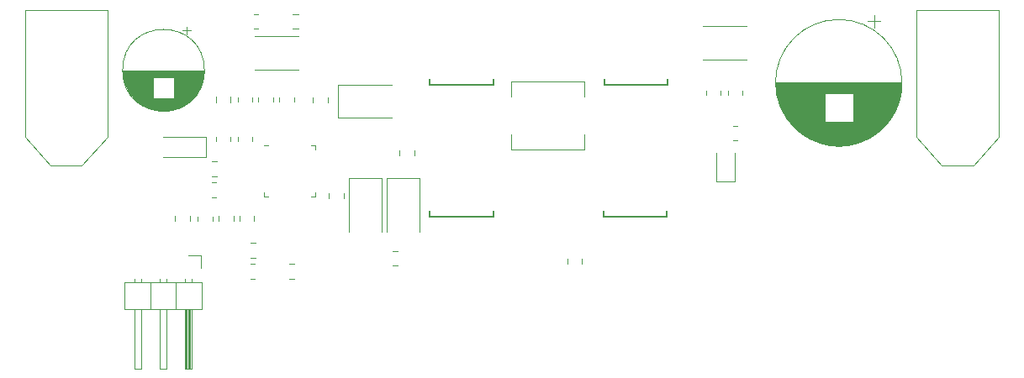
<source format=gbr>
%TF.GenerationSoftware,KiCad,Pcbnew,5.1.10*%
%TF.CreationDate,2021-11-10T11:11:15+01:00*%
%TF.ProjectId,Buck-Boost_12V,4275636b-2d42-46f6-9f73-745f3132562e,rev?*%
%TF.SameCoordinates,Original*%
%TF.FileFunction,Legend,Top*%
%TF.FilePolarity,Positive*%
%FSLAX46Y46*%
G04 Gerber Fmt 4.6, Leading zero omitted, Abs format (unit mm)*
G04 Created by KiCad (PCBNEW 5.1.10) date 2021-11-10 11:11:15*
%MOMM*%
%LPD*%
G01*
G04 APERTURE LIST*
%ADD10C,0.120000*%
%ADD11C,0.195580*%
G04 APERTURE END LIST*
D10*
%TO.C,C5*%
X116065000Y-78038748D02*
X116065000Y-78561252D01*
X117535000Y-78038748D02*
X117535000Y-78561252D01*
%TO.C,U1*%
X118965000Y-70890000D02*
X118490000Y-70890000D01*
X123710000Y-76110000D02*
X123710000Y-75635000D01*
X123235000Y-76110000D02*
X123710000Y-76110000D01*
X118490000Y-76110000D02*
X118490000Y-75635000D01*
X118965000Y-76110000D02*
X118490000Y-76110000D01*
X123710000Y-70890000D02*
X123710000Y-71365000D01*
X123235000Y-70890000D02*
X123710000Y-70890000D01*
%TO.C,R21*%
X166227064Y-68965000D02*
X165772936Y-68965000D01*
X166227064Y-70435000D02*
X165772936Y-70435000D01*
%TO.C,R20*%
X167077064Y-58890000D02*
X162722936Y-58890000D01*
X167077064Y-62310000D02*
X162722936Y-62310000D01*
%TO.C,R19*%
X150535000Y-82827064D02*
X150535000Y-82372936D01*
X149065000Y-82827064D02*
X149065000Y-82372936D01*
%TO.C,R18*%
X121527064Y-82865000D02*
X121072936Y-82865000D01*
X121527064Y-84335000D02*
X121072936Y-84335000D01*
%TO.C,R17*%
X166735000Y-65827064D02*
X166735000Y-65372936D01*
X165265000Y-65827064D02*
X165265000Y-65372936D01*
%TO.C,R16*%
X121977064Y-59890000D02*
X117622936Y-59890000D01*
X121977064Y-63310000D02*
X117622936Y-63310000D01*
%TO.C,R15*%
X117627064Y-82865000D02*
X117172936Y-82865000D01*
X117627064Y-84335000D02*
X117172936Y-84335000D01*
%TO.C,R14*%
X117472936Y-59135000D02*
X117927064Y-59135000D01*
X117472936Y-57665000D02*
X117927064Y-57665000D01*
%TO.C,R13*%
X164535000Y-65827064D02*
X164535000Y-65372936D01*
X163065000Y-65827064D02*
X163065000Y-65372936D01*
%TO.C,R12*%
X117965000Y-66072936D02*
X117965000Y-66527064D01*
X119435000Y-66072936D02*
X119435000Y-66527064D01*
%TO.C,R11*%
X120065000Y-66072936D02*
X120065000Y-66527064D01*
X121535000Y-66072936D02*
X121535000Y-66527064D01*
%TO.C,R5*%
X113335000Y-78527064D02*
X113335000Y-78072936D01*
X111865000Y-78527064D02*
X111865000Y-78072936D01*
%TO.C,R4*%
X113272936Y-76135000D02*
X113727064Y-76135000D01*
X113272936Y-74665000D02*
X113727064Y-74665000D01*
%TO.C,R3*%
X115865000Y-70072936D02*
X115865000Y-70527064D01*
X117335000Y-70072936D02*
X117335000Y-70527064D01*
%TO.C,R2*%
X115865000Y-66072936D02*
X115865000Y-66527064D01*
X117335000Y-66072936D02*
X117335000Y-66527064D01*
%TO.C,R1*%
X113665000Y-70072936D02*
X113665000Y-70527064D01*
X115135000Y-70072936D02*
X115135000Y-70527064D01*
D11*
%TO.C,Q4*%
X159097860Y-78096080D02*
X152702140Y-78096080D01*
X152702140Y-77499180D02*
X152702140Y-78096080D01*
X159097860Y-77499180D02*
X159097860Y-78096080D01*
%TO.C,Q3*%
X159197860Y-64796080D02*
X152802140Y-64796080D01*
X152802140Y-64199180D02*
X152802140Y-64796080D01*
X159197860Y-64199180D02*
X159197860Y-64796080D01*
%TO.C,Q2*%
X141597860Y-78096080D02*
X135202140Y-78096080D01*
X135202140Y-77499180D02*
X135202140Y-78096080D01*
X141597860Y-77499180D02*
X141597860Y-78096080D01*
%TO.C,Q1*%
X141597860Y-64796080D02*
X135202140Y-64796080D01*
X135202140Y-64199180D02*
X135202140Y-64796080D01*
X141597860Y-64199180D02*
X141597860Y-64796080D01*
D10*
%TO.C,L1*%
X150800000Y-64500000D02*
X150800000Y-66000000D01*
X143400000Y-64500000D02*
X143400000Y-66000000D01*
X150800000Y-64500000D02*
X143400000Y-64500000D01*
X143400000Y-71300000D02*
X143400000Y-69800000D01*
X150800000Y-71300000D02*
X150800000Y-69800000D01*
X143400000Y-71300000D02*
X150800000Y-71300000D01*
%TO.C,J3*%
X112170000Y-82030000D02*
X112170000Y-83300000D01*
X110900000Y-82030000D02*
X112170000Y-82030000D01*
X105440000Y-84342929D02*
X105440000Y-84740000D01*
X106200000Y-84342929D02*
X106200000Y-84740000D01*
X105440000Y-93400000D02*
X105440000Y-87400000D01*
X106200000Y-93400000D02*
X105440000Y-93400000D01*
X106200000Y-87400000D02*
X106200000Y-93400000D01*
X107090000Y-84740000D02*
X107090000Y-87400000D01*
X107980000Y-84342929D02*
X107980000Y-84740000D01*
X108740000Y-84342929D02*
X108740000Y-84740000D01*
X107980000Y-93400000D02*
X107980000Y-87400000D01*
X108740000Y-93400000D02*
X107980000Y-93400000D01*
X108740000Y-87400000D02*
X108740000Y-93400000D01*
X109630000Y-84740000D02*
X109630000Y-87400000D01*
X110520000Y-84410000D02*
X110520000Y-84740000D01*
X111280000Y-84410000D02*
X111280000Y-84740000D01*
X110620000Y-87400000D02*
X110620000Y-93400000D01*
X110740000Y-87400000D02*
X110740000Y-93400000D01*
X110860000Y-87400000D02*
X110860000Y-93400000D01*
X110980000Y-87400000D02*
X110980000Y-93400000D01*
X111100000Y-87400000D02*
X111100000Y-93400000D01*
X111220000Y-87400000D02*
X111220000Y-93400000D01*
X110520000Y-93400000D02*
X110520000Y-87400000D01*
X111280000Y-93400000D02*
X110520000Y-93400000D01*
X111280000Y-87400000D02*
X111280000Y-93400000D01*
X112230000Y-87400000D02*
X112230000Y-84740000D01*
X104490000Y-87400000D02*
X112230000Y-87400000D01*
X104490000Y-84740000D02*
X104490000Y-87400000D01*
X112230000Y-84740000D02*
X104490000Y-84740000D01*
%TO.C,J2*%
X189950000Y-72950000D02*
X192550000Y-70100000D01*
X184250000Y-70100000D02*
X186800000Y-72950000D01*
X192550000Y-57250000D02*
X184250000Y-57250000D01*
X192550000Y-70100000D02*
X192550000Y-57250000D01*
X186800000Y-72950000D02*
X189950000Y-72950000D01*
X184250000Y-57250000D02*
X184250000Y-70100000D01*
%TO.C,J1*%
X94450000Y-57250000D02*
X94450000Y-70100000D01*
X97000000Y-72950000D02*
X100150000Y-72950000D01*
X102750000Y-70100000D02*
X102750000Y-57250000D01*
X102750000Y-57250000D02*
X94450000Y-57250000D01*
X94450000Y-70100000D02*
X97000000Y-72950000D01*
X100150000Y-72950000D02*
X102750000Y-70100000D01*
%TO.C,D5*%
X165960000Y-74535000D02*
X165960000Y-71675000D01*
X164040000Y-74535000D02*
X165960000Y-74535000D01*
X164040000Y-71675000D02*
X164040000Y-74535000D01*
%TO.C,D4*%
X126000000Y-64850000D02*
X131400000Y-64850000D01*
X126000000Y-68150000D02*
X131400000Y-68150000D01*
X126000000Y-64850000D02*
X126000000Y-68150000D01*
%TO.C,D3*%
X130350000Y-74200000D02*
X130350000Y-79600000D01*
X127050000Y-74200000D02*
X127050000Y-79600000D01*
X130350000Y-74200000D02*
X127050000Y-74200000D01*
%TO.C,D2*%
X134150000Y-74200000D02*
X134150000Y-79600000D01*
X130850000Y-74200000D02*
X130850000Y-79600000D01*
X134150000Y-74200000D02*
X130850000Y-74200000D01*
%TO.C,D1*%
X112650000Y-70100000D02*
X108350000Y-70100000D01*
X112650000Y-72100000D02*
X112650000Y-70100000D01*
X108350000Y-72100000D02*
X112650000Y-72100000D01*
%TO.C,C22*%
X180600000Y-58407918D02*
X179350000Y-58407918D01*
X179975000Y-57782918D02*
X179975000Y-59032918D01*
X176717000Y-70961000D02*
X176083000Y-70961000D01*
X177157000Y-70921000D02*
X175643000Y-70921000D01*
X177428000Y-70881000D02*
X175372000Y-70881000D01*
X177641000Y-70841000D02*
X175159000Y-70841000D01*
X177822000Y-70801000D02*
X174978000Y-70801000D01*
X177983000Y-70761000D02*
X174817000Y-70761000D01*
X178128000Y-70721000D02*
X174672000Y-70721000D01*
X178261000Y-70681000D02*
X174539000Y-70681000D01*
X178384000Y-70641000D02*
X174416000Y-70641000D01*
X178500000Y-70601000D02*
X174300000Y-70601000D01*
X178609000Y-70561000D02*
X174191000Y-70561000D01*
X178712000Y-70521000D02*
X174088000Y-70521000D01*
X178810000Y-70481000D02*
X173990000Y-70481000D01*
X178904000Y-70441000D02*
X173896000Y-70441000D01*
X178994000Y-70401000D02*
X173806000Y-70401000D01*
X179081000Y-70361000D02*
X173719000Y-70361000D01*
X179164000Y-70321000D02*
X173636000Y-70321000D01*
X179244000Y-70281000D02*
X173556000Y-70281000D01*
X179321000Y-70241000D02*
X173479000Y-70241000D01*
X179396000Y-70201000D02*
X173404000Y-70201000D01*
X179469000Y-70161000D02*
X173331000Y-70161000D01*
X179540000Y-70121000D02*
X173260000Y-70121000D01*
X179608000Y-70081000D02*
X173192000Y-70081000D01*
X179675000Y-70041000D02*
X173125000Y-70041000D01*
X179739000Y-70001000D02*
X173061000Y-70001000D01*
X179802000Y-69961000D02*
X172998000Y-69961000D01*
X179864000Y-69921000D02*
X172936000Y-69921000D01*
X179924000Y-69881000D02*
X172876000Y-69881000D01*
X179983000Y-69841000D02*
X172817000Y-69841000D01*
X180040000Y-69801000D02*
X172760000Y-69801000D01*
X180096000Y-69761000D02*
X172704000Y-69761000D01*
X180150000Y-69721000D02*
X172650000Y-69721000D01*
X180204000Y-69681000D02*
X172596000Y-69681000D01*
X180256000Y-69641000D02*
X172544000Y-69641000D01*
X180307000Y-69601000D02*
X172493000Y-69601000D01*
X180357000Y-69561000D02*
X172443000Y-69561000D01*
X180407000Y-69521000D02*
X172393000Y-69521000D01*
X180455000Y-69481000D02*
X172345000Y-69481000D01*
X180502000Y-69441000D02*
X172298000Y-69441000D01*
X180548000Y-69401000D02*
X172252000Y-69401000D01*
X180594000Y-69361000D02*
X172206000Y-69361000D01*
X180638000Y-69321000D02*
X172162000Y-69321000D01*
X180682000Y-69281000D02*
X172118000Y-69281000D01*
X180725000Y-69241000D02*
X172075000Y-69241000D01*
X180767000Y-69201000D02*
X172033000Y-69201000D01*
X180808000Y-69161000D02*
X171992000Y-69161000D01*
X180849000Y-69121000D02*
X171951000Y-69121000D01*
X180889000Y-69081000D02*
X171911000Y-69081000D01*
X180928000Y-69041000D02*
X171872000Y-69041000D01*
X180967000Y-69001000D02*
X171833000Y-69001000D01*
X181005000Y-68961000D02*
X171795000Y-68961000D01*
X181042000Y-68921000D02*
X171758000Y-68921000D01*
X181078000Y-68881000D02*
X171722000Y-68881000D01*
X181114000Y-68841000D02*
X171686000Y-68841000D01*
X181150000Y-68801000D02*
X171650000Y-68801000D01*
X181185000Y-68761000D02*
X171615000Y-68761000D01*
X181219000Y-68721000D02*
X171581000Y-68721000D01*
X181252000Y-68681000D02*
X171548000Y-68681000D01*
X181285000Y-68641000D02*
X171515000Y-68641000D01*
X181318000Y-68601000D02*
X171482000Y-68601000D01*
X181350000Y-68561000D02*
X171450000Y-68561000D01*
X174960000Y-68521000D02*
X171418000Y-68521000D01*
X181382000Y-68521000D02*
X177840000Y-68521000D01*
X174960000Y-68481000D02*
X171388000Y-68481000D01*
X181412000Y-68481000D02*
X177840000Y-68481000D01*
X174960000Y-68441000D02*
X171357000Y-68441000D01*
X181443000Y-68441000D02*
X177840000Y-68441000D01*
X174960000Y-68401000D02*
X171327000Y-68401000D01*
X181473000Y-68401000D02*
X177840000Y-68401000D01*
X174960000Y-68361000D02*
X171298000Y-68361000D01*
X181502000Y-68361000D02*
X177840000Y-68361000D01*
X174960000Y-68321000D02*
X171269000Y-68321000D01*
X181531000Y-68321000D02*
X177840000Y-68321000D01*
X174960000Y-68281000D02*
X171240000Y-68281000D01*
X181560000Y-68281000D02*
X177840000Y-68281000D01*
X174960000Y-68241000D02*
X171212000Y-68241000D01*
X181588000Y-68241000D02*
X177840000Y-68241000D01*
X174960000Y-68201000D02*
X171184000Y-68201000D01*
X181616000Y-68201000D02*
X177840000Y-68201000D01*
X174960000Y-68161000D02*
X171157000Y-68161000D01*
X181643000Y-68161000D02*
X177840000Y-68161000D01*
X174960000Y-68121000D02*
X171130000Y-68121000D01*
X181670000Y-68121000D02*
X177840000Y-68121000D01*
X174960000Y-68081000D02*
X171104000Y-68081000D01*
X181696000Y-68081000D02*
X177840000Y-68081000D01*
X174960000Y-68041000D02*
X171078000Y-68041000D01*
X181722000Y-68041000D02*
X177840000Y-68041000D01*
X174960000Y-68001000D02*
X171053000Y-68001000D01*
X181747000Y-68001000D02*
X177840000Y-68001000D01*
X174960000Y-67961000D02*
X171028000Y-67961000D01*
X181772000Y-67961000D02*
X177840000Y-67961000D01*
X174960000Y-67921000D02*
X171003000Y-67921000D01*
X181797000Y-67921000D02*
X177840000Y-67921000D01*
X174960000Y-67881000D02*
X170979000Y-67881000D01*
X181821000Y-67881000D02*
X177840000Y-67881000D01*
X174960000Y-67841000D02*
X170955000Y-67841000D01*
X181845000Y-67841000D02*
X177840000Y-67841000D01*
X174960000Y-67801000D02*
X170932000Y-67801000D01*
X181868000Y-67801000D02*
X177840000Y-67801000D01*
X174960000Y-67761000D02*
X170909000Y-67761000D01*
X181891000Y-67761000D02*
X177840000Y-67761000D01*
X174960000Y-67721000D02*
X170886000Y-67721000D01*
X181914000Y-67721000D02*
X177840000Y-67721000D01*
X174960000Y-67681000D02*
X170864000Y-67681000D01*
X181936000Y-67681000D02*
X177840000Y-67681000D01*
X174960000Y-67641000D02*
X170842000Y-67641000D01*
X181958000Y-67641000D02*
X177840000Y-67641000D01*
X174960000Y-67601000D02*
X170820000Y-67601000D01*
X181980000Y-67601000D02*
X177840000Y-67601000D01*
X174960000Y-67561000D02*
X170799000Y-67561000D01*
X182001000Y-67561000D02*
X177840000Y-67561000D01*
X174960000Y-67521000D02*
X170778000Y-67521000D01*
X182022000Y-67521000D02*
X177840000Y-67521000D01*
X174960000Y-67481000D02*
X170758000Y-67481000D01*
X182042000Y-67481000D02*
X177840000Y-67481000D01*
X174960000Y-67441000D02*
X170738000Y-67441000D01*
X182062000Y-67441000D02*
X177840000Y-67441000D01*
X174960000Y-67401000D02*
X170718000Y-67401000D01*
X182082000Y-67401000D02*
X177840000Y-67401000D01*
X174960000Y-67361000D02*
X170698000Y-67361000D01*
X182102000Y-67361000D02*
X177840000Y-67361000D01*
X174960000Y-67321000D02*
X170679000Y-67321000D01*
X182121000Y-67321000D02*
X177840000Y-67321000D01*
X174960000Y-67281000D02*
X170661000Y-67281000D01*
X182139000Y-67281000D02*
X177840000Y-67281000D01*
X174960000Y-67241000D02*
X170642000Y-67241000D01*
X182158000Y-67241000D02*
X177840000Y-67241000D01*
X174960000Y-67201000D02*
X170624000Y-67201000D01*
X182176000Y-67201000D02*
X177840000Y-67201000D01*
X174960000Y-67161000D02*
X170607000Y-67161000D01*
X182193000Y-67161000D02*
X177840000Y-67161000D01*
X174960000Y-67121000D02*
X170589000Y-67121000D01*
X182211000Y-67121000D02*
X177840000Y-67121000D01*
X174960000Y-67081000D02*
X170572000Y-67081000D01*
X182228000Y-67081000D02*
X177840000Y-67081000D01*
X174960000Y-67041000D02*
X170555000Y-67041000D01*
X182245000Y-67041000D02*
X177840000Y-67041000D01*
X174960000Y-67001000D02*
X170539000Y-67001000D01*
X182261000Y-67001000D02*
X177840000Y-67001000D01*
X174960000Y-66961000D02*
X170523000Y-66961000D01*
X182277000Y-66961000D02*
X177840000Y-66961000D01*
X174960000Y-66921000D02*
X170507000Y-66921000D01*
X182293000Y-66921000D02*
X177840000Y-66921000D01*
X174960000Y-66881000D02*
X170492000Y-66881000D01*
X182308000Y-66881000D02*
X177840000Y-66881000D01*
X174960000Y-66841000D02*
X170476000Y-66841000D01*
X182324000Y-66841000D02*
X177840000Y-66841000D01*
X174960000Y-66801000D02*
X170461000Y-66801000D01*
X182339000Y-66801000D02*
X177840000Y-66801000D01*
X174960000Y-66761000D02*
X170447000Y-66761000D01*
X182353000Y-66761000D02*
X177840000Y-66761000D01*
X174960000Y-66721000D02*
X170433000Y-66721000D01*
X182367000Y-66721000D02*
X177840000Y-66721000D01*
X174960000Y-66681000D02*
X170419000Y-66681000D01*
X182381000Y-66681000D02*
X177840000Y-66681000D01*
X174960000Y-66641000D02*
X170405000Y-66641000D01*
X182395000Y-66641000D02*
X177840000Y-66641000D01*
X174960000Y-66601000D02*
X170392000Y-66601000D01*
X182408000Y-66601000D02*
X177840000Y-66601000D01*
X174960000Y-66561000D02*
X170379000Y-66561000D01*
X182421000Y-66561000D02*
X177840000Y-66561000D01*
X174960000Y-66521000D02*
X170366000Y-66521000D01*
X182434000Y-66521000D02*
X177840000Y-66521000D01*
X174960000Y-66481000D02*
X170353000Y-66481000D01*
X182447000Y-66481000D02*
X177840000Y-66481000D01*
X174960000Y-66441000D02*
X170341000Y-66441000D01*
X182459000Y-66441000D02*
X177840000Y-66441000D01*
X174960000Y-66401000D02*
X170329000Y-66401000D01*
X182471000Y-66401000D02*
X177840000Y-66401000D01*
X174960000Y-66361000D02*
X170317000Y-66361000D01*
X182483000Y-66361000D02*
X177840000Y-66361000D01*
X174960000Y-66321000D02*
X170306000Y-66321000D01*
X182494000Y-66321000D02*
X177840000Y-66321000D01*
X174960000Y-66281000D02*
X170295000Y-66281000D01*
X182505000Y-66281000D02*
X177840000Y-66281000D01*
X174960000Y-66241000D02*
X170284000Y-66241000D01*
X182516000Y-66241000D02*
X177840000Y-66241000D01*
X174960000Y-66201000D02*
X170274000Y-66201000D01*
X182526000Y-66201000D02*
X177840000Y-66201000D01*
X174960000Y-66161000D02*
X170263000Y-66161000D01*
X182537000Y-66161000D02*
X177840000Y-66161000D01*
X174960000Y-66121000D02*
X170254000Y-66121000D01*
X182546000Y-66121000D02*
X177840000Y-66121000D01*
X174960000Y-66081000D02*
X170244000Y-66081000D01*
X182556000Y-66081000D02*
X177840000Y-66081000D01*
X174960000Y-66041000D02*
X170234000Y-66041000D01*
X182566000Y-66041000D02*
X177840000Y-66041000D01*
X174960000Y-66001000D02*
X170225000Y-66001000D01*
X182575000Y-66001000D02*
X177840000Y-66001000D01*
X174960000Y-65961000D02*
X170216000Y-65961000D01*
X182584000Y-65961000D02*
X177840000Y-65961000D01*
X174960000Y-65921000D02*
X170208000Y-65921000D01*
X182592000Y-65921000D02*
X177840000Y-65921000D01*
X174960000Y-65881000D02*
X170199000Y-65881000D01*
X182601000Y-65881000D02*
X177840000Y-65881000D01*
X174960000Y-65841000D02*
X170191000Y-65841000D01*
X182609000Y-65841000D02*
X177840000Y-65841000D01*
X174960000Y-65801000D02*
X170184000Y-65801000D01*
X182616000Y-65801000D02*
X177840000Y-65801000D01*
X174960000Y-65761000D02*
X170176000Y-65761000D01*
X182624000Y-65761000D02*
X177840000Y-65761000D01*
X174960000Y-65721000D02*
X170169000Y-65721000D01*
X182631000Y-65721000D02*
X177840000Y-65721000D01*
X174960000Y-65681000D02*
X170162000Y-65681000D01*
X182638000Y-65681000D02*
X177840000Y-65681000D01*
X182645000Y-65641000D02*
X170155000Y-65641000D01*
X182652000Y-65601000D02*
X170148000Y-65601000D01*
X182658000Y-65561000D02*
X170142000Y-65561000D01*
X182664000Y-65521000D02*
X170136000Y-65521000D01*
X182669000Y-65481000D02*
X170131000Y-65481000D01*
X182675000Y-65441000D02*
X170125000Y-65441000D01*
X182680000Y-65401000D02*
X170120000Y-65401000D01*
X182685000Y-65361000D02*
X170115000Y-65361000D01*
X182690000Y-65321000D02*
X170110000Y-65321000D01*
X182694000Y-65280000D02*
X170106000Y-65280000D01*
X182698000Y-65240000D02*
X170102000Y-65240000D01*
X182702000Y-65200000D02*
X170098000Y-65200000D01*
X182706000Y-65160000D02*
X170094000Y-65160000D01*
X182709000Y-65120000D02*
X170091000Y-65120000D01*
X182712000Y-65080000D02*
X170088000Y-65080000D01*
X182715000Y-65040000D02*
X170085000Y-65040000D01*
X182718000Y-65000000D02*
X170082000Y-65000000D01*
X182720000Y-64960000D02*
X170080000Y-64960000D01*
X182722000Y-64920000D02*
X170078000Y-64920000D01*
X182724000Y-64880000D02*
X170076000Y-64880000D01*
X182726000Y-64840000D02*
X170074000Y-64840000D01*
X182727000Y-64800000D02*
X170073000Y-64800000D01*
X182728000Y-64760000D02*
X170072000Y-64760000D01*
X182729000Y-64720000D02*
X170071000Y-64720000D01*
X182730000Y-64680000D02*
X170070000Y-64680000D01*
X182730000Y-64640000D02*
X170070000Y-64640000D01*
X182730000Y-64600000D02*
X170070000Y-64600000D01*
X182770000Y-64600000D02*
G75*
G03*
X182770000Y-64600000I-6370000J0D01*
G01*
%TO.C,C21*%
X124935000Y-66623752D02*
X124935000Y-66101248D01*
X123465000Y-66623752D02*
X123465000Y-66101248D01*
%TO.C,C20*%
X121961252Y-57665000D02*
X121438748Y-57665000D01*
X121961252Y-59135000D02*
X121438748Y-59135000D01*
%TO.C,C19*%
X125065000Y-75738748D02*
X125065000Y-76261252D01*
X126535000Y-75738748D02*
X126535000Y-76261252D01*
%TO.C,C18*%
X131961252Y-81565000D02*
X131438748Y-81565000D01*
X131961252Y-83035000D02*
X131438748Y-83035000D01*
%TO.C,C17*%
X133635000Y-71961252D02*
X133635000Y-71438748D01*
X132165000Y-71961252D02*
X132165000Y-71438748D01*
%TO.C,C15*%
X117661252Y-80765000D02*
X117138748Y-80765000D01*
X117661252Y-82235000D02*
X117138748Y-82235000D01*
%TO.C,C6*%
X113761252Y-72565000D02*
X113238748Y-72565000D01*
X113761252Y-74035000D02*
X113238748Y-74035000D01*
%TO.C,C4*%
X113965000Y-78038748D02*
X113965000Y-78561252D01*
X115435000Y-78038748D02*
X115435000Y-78561252D01*
%TO.C,C3*%
X111035000Y-78561252D02*
X111035000Y-78038748D01*
X109565000Y-78561252D02*
X109565000Y-78038748D01*
%TO.C,C2*%
X113665000Y-66038748D02*
X113665000Y-66561252D01*
X115135000Y-66038748D02*
X115135000Y-66561252D01*
%TO.C,C1*%
X111115000Y-59340302D02*
X110315000Y-59340302D01*
X110715000Y-58940302D02*
X110715000Y-59740302D01*
X108933000Y-67431000D02*
X107867000Y-67431000D01*
X109168000Y-67391000D02*
X107632000Y-67391000D01*
X109348000Y-67351000D02*
X107452000Y-67351000D01*
X109498000Y-67311000D02*
X107302000Y-67311000D01*
X109629000Y-67271000D02*
X107171000Y-67271000D01*
X109746000Y-67231000D02*
X107054000Y-67231000D01*
X109853000Y-67191000D02*
X106947000Y-67191000D01*
X109952000Y-67151000D02*
X106848000Y-67151000D01*
X110045000Y-67111000D02*
X106755000Y-67111000D01*
X110131000Y-67071000D02*
X106669000Y-67071000D01*
X110213000Y-67031000D02*
X106587000Y-67031000D01*
X110290000Y-66991000D02*
X106510000Y-66991000D01*
X110364000Y-66951000D02*
X106436000Y-66951000D01*
X110434000Y-66911000D02*
X106366000Y-66911000D01*
X110502000Y-66871000D02*
X106298000Y-66871000D01*
X110566000Y-66831000D02*
X106234000Y-66831000D01*
X110628000Y-66791000D02*
X106172000Y-66791000D01*
X110687000Y-66751000D02*
X106113000Y-66751000D01*
X110745000Y-66711000D02*
X106055000Y-66711000D01*
X110800000Y-66671000D02*
X106000000Y-66671000D01*
X110854000Y-66631000D02*
X105946000Y-66631000D01*
X110905000Y-66591000D02*
X105895000Y-66591000D01*
X110956000Y-66551000D02*
X105844000Y-66551000D01*
X111004000Y-66511000D02*
X105796000Y-66511000D01*
X111051000Y-66471000D02*
X105749000Y-66471000D01*
X111097000Y-66431000D02*
X105703000Y-66431000D01*
X111141000Y-66391000D02*
X105659000Y-66391000D01*
X111184000Y-66351000D02*
X105616000Y-66351000D01*
X111226000Y-66311000D02*
X105574000Y-66311000D01*
X111267000Y-66271000D02*
X105533000Y-66271000D01*
X111307000Y-66231000D02*
X105493000Y-66231000D01*
X111345000Y-66191000D02*
X105455000Y-66191000D01*
X111383000Y-66151000D02*
X105417000Y-66151000D01*
X107360000Y-66111000D02*
X105381000Y-66111000D01*
X111419000Y-66111000D02*
X109440000Y-66111000D01*
X107360000Y-66071000D02*
X105345000Y-66071000D01*
X111455000Y-66071000D02*
X109440000Y-66071000D01*
X107360000Y-66031000D02*
X105310000Y-66031000D01*
X111490000Y-66031000D02*
X109440000Y-66031000D01*
X107360000Y-65991000D02*
X105276000Y-65991000D01*
X111524000Y-65991000D02*
X109440000Y-65991000D01*
X107360000Y-65951000D02*
X105244000Y-65951000D01*
X111556000Y-65951000D02*
X109440000Y-65951000D01*
X107360000Y-65911000D02*
X105211000Y-65911000D01*
X111589000Y-65911000D02*
X109440000Y-65911000D01*
X107360000Y-65871000D02*
X105180000Y-65871000D01*
X111620000Y-65871000D02*
X109440000Y-65871000D01*
X107360000Y-65831000D02*
X105150000Y-65831000D01*
X111650000Y-65831000D02*
X109440000Y-65831000D01*
X107360000Y-65791000D02*
X105120000Y-65791000D01*
X111680000Y-65791000D02*
X109440000Y-65791000D01*
X107360000Y-65751000D02*
X105091000Y-65751000D01*
X111709000Y-65751000D02*
X109440000Y-65751000D01*
X107360000Y-65711000D02*
X105062000Y-65711000D01*
X111738000Y-65711000D02*
X109440000Y-65711000D01*
X107360000Y-65671000D02*
X105035000Y-65671000D01*
X111765000Y-65671000D02*
X109440000Y-65671000D01*
X107360000Y-65631000D02*
X105008000Y-65631000D01*
X111792000Y-65631000D02*
X109440000Y-65631000D01*
X107360000Y-65591000D02*
X104982000Y-65591000D01*
X111818000Y-65591000D02*
X109440000Y-65591000D01*
X107360000Y-65551000D02*
X104956000Y-65551000D01*
X111844000Y-65551000D02*
X109440000Y-65551000D01*
X107360000Y-65511000D02*
X104931000Y-65511000D01*
X111869000Y-65511000D02*
X109440000Y-65511000D01*
X107360000Y-65471000D02*
X104907000Y-65471000D01*
X111893000Y-65471000D02*
X109440000Y-65471000D01*
X107360000Y-65431000D02*
X104883000Y-65431000D01*
X111917000Y-65431000D02*
X109440000Y-65431000D01*
X107360000Y-65391000D02*
X104860000Y-65391000D01*
X111940000Y-65391000D02*
X109440000Y-65391000D01*
X107360000Y-65351000D02*
X104838000Y-65351000D01*
X111962000Y-65351000D02*
X109440000Y-65351000D01*
X107360000Y-65311000D02*
X104816000Y-65311000D01*
X111984000Y-65311000D02*
X109440000Y-65311000D01*
X107360000Y-65271000D02*
X104794000Y-65271000D01*
X112006000Y-65271000D02*
X109440000Y-65271000D01*
X107360000Y-65231000D02*
X104773000Y-65231000D01*
X112027000Y-65231000D02*
X109440000Y-65231000D01*
X107360000Y-65191000D02*
X104753000Y-65191000D01*
X112047000Y-65191000D02*
X109440000Y-65191000D01*
X107360000Y-65151000D02*
X104734000Y-65151000D01*
X112066000Y-65151000D02*
X109440000Y-65151000D01*
X107360000Y-65111000D02*
X104714000Y-65111000D01*
X112086000Y-65111000D02*
X109440000Y-65111000D01*
X107360000Y-65071000D02*
X104696000Y-65071000D01*
X112104000Y-65071000D02*
X109440000Y-65071000D01*
X107360000Y-65031000D02*
X104678000Y-65031000D01*
X112122000Y-65031000D02*
X109440000Y-65031000D01*
X107360000Y-64991000D02*
X104660000Y-64991000D01*
X112140000Y-64991000D02*
X109440000Y-64991000D01*
X107360000Y-64951000D02*
X104643000Y-64951000D01*
X112157000Y-64951000D02*
X109440000Y-64951000D01*
X107360000Y-64911000D02*
X104626000Y-64911000D01*
X112174000Y-64911000D02*
X109440000Y-64911000D01*
X107360000Y-64871000D02*
X104610000Y-64871000D01*
X112190000Y-64871000D02*
X109440000Y-64871000D01*
X107360000Y-64831000D02*
X104595000Y-64831000D01*
X112205000Y-64831000D02*
X109440000Y-64831000D01*
X107360000Y-64791000D02*
X104579000Y-64791000D01*
X112221000Y-64791000D02*
X109440000Y-64791000D01*
X107360000Y-64751000D02*
X104565000Y-64751000D01*
X112235000Y-64751000D02*
X109440000Y-64751000D01*
X107360000Y-64711000D02*
X104550000Y-64711000D01*
X112250000Y-64711000D02*
X109440000Y-64711000D01*
X107360000Y-64671000D02*
X104537000Y-64671000D01*
X112263000Y-64671000D02*
X109440000Y-64671000D01*
X107360000Y-64631000D02*
X104523000Y-64631000D01*
X112277000Y-64631000D02*
X109440000Y-64631000D01*
X107360000Y-64591000D02*
X104511000Y-64591000D01*
X112289000Y-64591000D02*
X109440000Y-64591000D01*
X107360000Y-64551000D02*
X104498000Y-64551000D01*
X112302000Y-64551000D02*
X109440000Y-64551000D01*
X107360000Y-64511000D02*
X104486000Y-64511000D01*
X112314000Y-64511000D02*
X109440000Y-64511000D01*
X107360000Y-64471000D02*
X104475000Y-64471000D01*
X112325000Y-64471000D02*
X109440000Y-64471000D01*
X107360000Y-64431000D02*
X104464000Y-64431000D01*
X112336000Y-64431000D02*
X109440000Y-64431000D01*
X107360000Y-64391000D02*
X104453000Y-64391000D01*
X112347000Y-64391000D02*
X109440000Y-64391000D01*
X107360000Y-64351000D02*
X104443000Y-64351000D01*
X112357000Y-64351000D02*
X109440000Y-64351000D01*
X107360000Y-64311000D02*
X104433000Y-64311000D01*
X112367000Y-64311000D02*
X109440000Y-64311000D01*
X107360000Y-64271000D02*
X104424000Y-64271000D01*
X112376000Y-64271000D02*
X109440000Y-64271000D01*
X107360000Y-64231000D02*
X104415000Y-64231000D01*
X112385000Y-64231000D02*
X109440000Y-64231000D01*
X107360000Y-64191000D02*
X104406000Y-64191000D01*
X112394000Y-64191000D02*
X109440000Y-64191000D01*
X107360000Y-64151000D02*
X104398000Y-64151000D01*
X112402000Y-64151000D02*
X109440000Y-64151000D01*
X107360000Y-64111000D02*
X104390000Y-64111000D01*
X112410000Y-64111000D02*
X109440000Y-64111000D01*
X107360000Y-64071000D02*
X104383000Y-64071000D01*
X112417000Y-64071000D02*
X109440000Y-64071000D01*
X112424000Y-64030000D02*
X104376000Y-64030000D01*
X112430000Y-63990000D02*
X104370000Y-63990000D01*
X112437000Y-63950000D02*
X104363000Y-63950000D01*
X112442000Y-63910000D02*
X104358000Y-63910000D01*
X112448000Y-63870000D02*
X104352000Y-63870000D01*
X112452000Y-63830000D02*
X104348000Y-63830000D01*
X112457000Y-63790000D02*
X104343000Y-63790000D01*
X112461000Y-63750000D02*
X104339000Y-63750000D01*
X112465000Y-63710000D02*
X104335000Y-63710000D01*
X112468000Y-63670000D02*
X104332000Y-63670000D01*
X112471000Y-63630000D02*
X104329000Y-63630000D01*
X112474000Y-63590000D02*
X104326000Y-63590000D01*
X112476000Y-63550000D02*
X104324000Y-63550000D01*
X112477000Y-63510000D02*
X104323000Y-63510000D01*
X112479000Y-63470000D02*
X104321000Y-63470000D01*
X112480000Y-63430000D02*
X104320000Y-63430000D01*
X112480000Y-63390000D02*
X104320000Y-63390000D01*
X112480000Y-63350000D02*
X104320000Y-63350000D01*
X112520000Y-63350000D02*
G75*
G03*
X112520000Y-63350000I-4120000J0D01*
G01*
%TD*%
M02*

</source>
